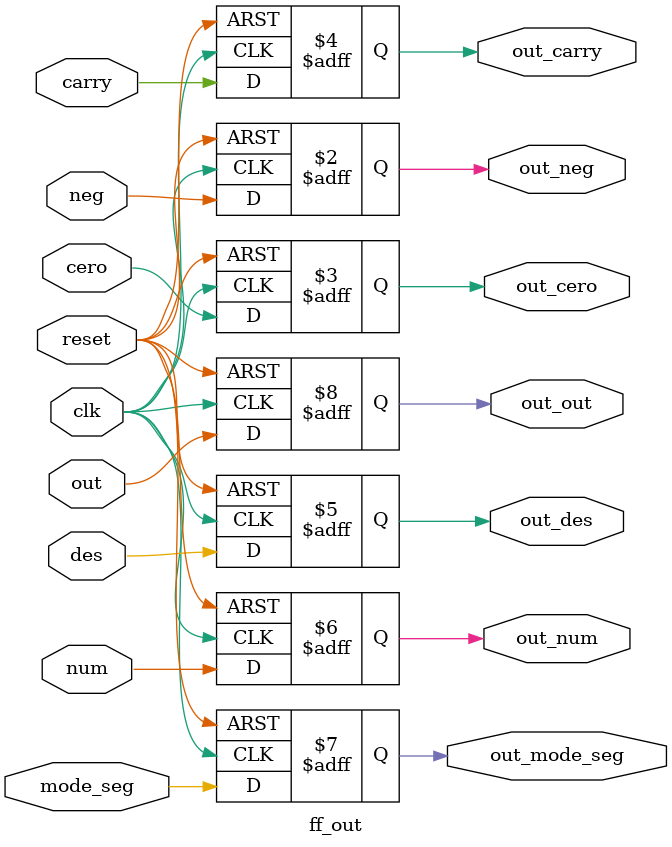
<source format=sv>
module ff_out (input logic neg,
					input logic cero,
					input logic carry,
					input logic des,
					input logic num,
					input logic mode_seg,
					input logic out,
					input logic clk,
					input logic reset,
					output logic out_neg,
					output logic out_cero,
					output logic out_carry,
					output logic out_des,
					output logic out_num,
					output logic out_mode_seg,
					output logic out_out);
						
	always @(posedge clk or posedge reset) begin
		if (reset)  begin
			out_neg <= 1'b0;
			out_cero <= 1'b0;
			out_carry <= 1'b0;
			out_des <= 1'b0;
			out_num <= 1'b0;
			out_mode_seg <= 1'b0;
			out_out <= 1'b0;
		end else begin
			out_neg <= neg;
			out_cero <= cero;
			out_carry <= carry;
			out_des <= des;
			out_num <= num;
			out_mode_seg <= mode_seg;
			out_out <= out;
		end
	end
endmodule
</source>
